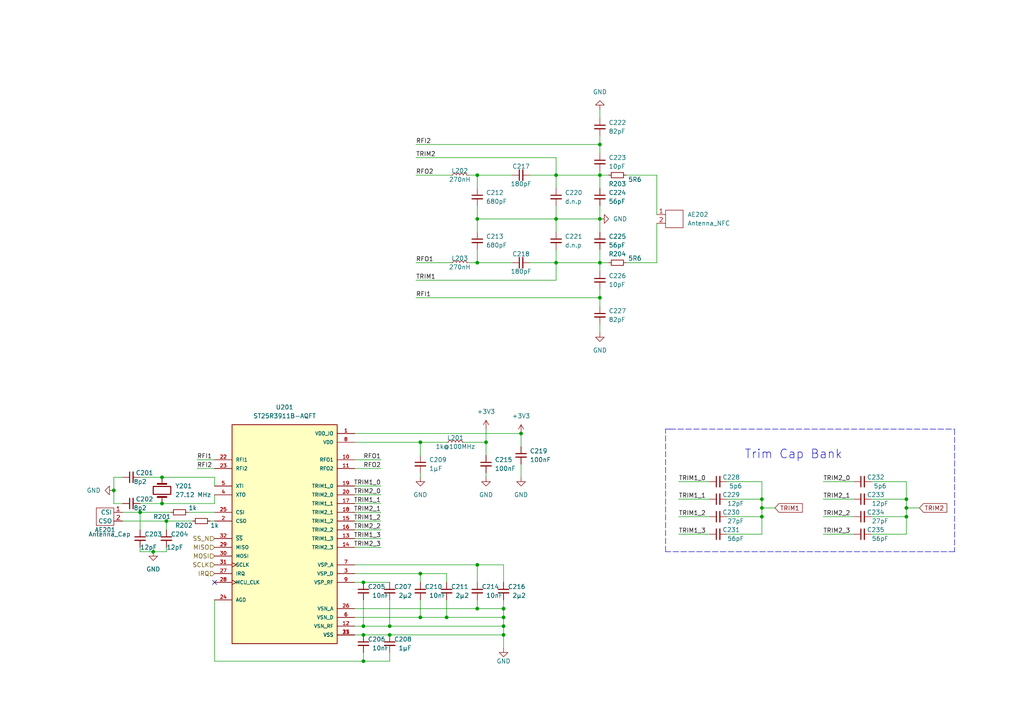
<source format=kicad_sch>
(kicad_sch (version 20211123) (generator eeschema)
  (paper "A4")
  (title_block (title "FabReader2") (date "2022-06-20") (rev "0.2") (company "RLKM UG (haftungsbeschränkt)") (comment 1 "Autoren: Joseph Langosch, Kai Kriegel"))
  (lib_symbols
    (symbol "Antenna_NFC:Antenna_Cap" (in_bom no)
      (property "Reference" "AE" (at 0 0 0))
      (property "Value" "Antenna_Cap" (at 0 2.54 0))
      (symbol "Antenna_Cap_0_1"
        (rectangle (start -1.27 -1.27) (end 3.81 -6.35))
      )
      (symbol "Antenna_Cap_1_1"
        (pin input line (at -3.81 -5.08 0) (length 2.54) (name "CSI") (number "1"))
        (pin input line (at -3.81 -2.54 0) (length 2.54) (name "CSO") (number "2"))
      )
    )
    (symbol "Antenna_NFC:Antenna_NFC" (in_bom no)
      (property "Reference" "AE" (at 0 0 0))
      (property "Value" "Antenna_NFC" (at 0 2.54 0))
      (symbol "Antenna_NFC_0_1"
        (rectangle (start 2.54 -7.62) (end -2.54 -2.54))
      )
      (symbol "Antenna_NFC_1_1"
        (pin input line (at -5.08 -3.81 0) (length 2.54) (name "") (number "1"))
        (pin input line (at -5.08 -6.35 0) (length 2.54) (name "") (number "2"))
      )
    )
    (symbol "Device:C_Small" (pin_numbers hide) (pin_names (offset 0.254) hide)
      (property "Reference" "C" (at 0.254 1.778 0))
      (property "Value" "C_Small" (at 0.254 -2.032 0))
      (symbol "C_Small_0_1"
        (polyline (pts (xy -1.524 -0.508) (xy 1.524 -0.508)) (stroke (width 0.3302)))
        (polyline (pts (xy -1.524 0.508) (xy 1.524 0.508)) (stroke (width 0.3048)))
      )
      (symbol "C_Small_1_1"
        (pin passive line (at 0 2.54 270) (length 2.032) (name "~") (number "1"))
        (pin passive line (at 0 -2.54 90) (length 2.032) (name "~") (number "2"))
      )
    )
    (symbol "Device:Crystal" (pin_numbers hide) (pin_names (offset 1.016) hide)
      (property "Reference" "Y" (at 0 3.81 0))
      (property "Value" "Crystal" (at 0 -3.81 0))
      (symbol "Crystal_0_1"
        (rectangle (start -1.143 2.54) (end 1.143 -2.54) (stroke (width 0.3048)))
        (polyline (pts (xy -2.54 0) (xy -1.905 0)))
        (polyline (pts (xy -1.905 -1.27) (xy -1.905 1.27)) (stroke (width 0.508)))
        (polyline (pts (xy 1.905 -1.27) (xy 1.905 1.27)) (stroke (width 0.508)))
        (polyline (pts (xy 2.54 0) (xy 1.905 0)))
      )
      (symbol "Crystal_1_1"
        (pin passive line (at -3.81 0 0) (length 1.27) (name "1") (number "1"))
        (pin passive line (at 3.81 0 180) (length 1.27) (name "2") (number "2"))
      )
    )
    (symbol "Device:L_Small" (pin_numbers hide) (pin_names (offset 0.254) hide)
      (property "Reference" "L" (at 0.762 1.016 0))
      (property "Value" "L_Small" (at 0.762 -1.016 0))
      (symbol "L_Small_0_1"
        (arc (start 0 -2.032) (mid 0.508 -1.524) (end 0 -1.016))
        (arc (start 0 -1.016) (mid 0.508 -0.508) (end 0 0))
        (arc (start 0 0) (mid 0.508 0.508) (end 0 1.016))
        (arc (start 0 1.016) (mid 0.508 1.524) (end 0 2.032))
      )
      (symbol "L_Small_1_1"
        (pin passive line (at 0 2.54 270) (length 0.508) (name "~") (number "1"))
        (pin passive line (at 0 -2.54 90) (length 0.508) (name "~") (number "2"))
      )
    )
    (symbol "Device:R_Small" (pin_numbers hide) (pin_names (offset 0.254) hide)
      (property "Reference" "R" (at 0.762 0.508 0))
      (property "Value" "R_Small" (at 0.762 -1.016 0))
      (symbol "R_Small_0_1"
        (rectangle (start -0.762 1.778) (end 0.762 -1.778) (stroke (width 0.2032)))
      )
      (symbol "R_Small_1_1"
        (pin passive line (at 0 2.54 270) (length 0.762) (name "~") (number "1"))
        (pin passive line (at 0 -2.54 90) (length 0.762) (name "~") (number "2"))
      )
    )
    (symbol "ST25R3911B-AQFT:ST25R3911B-AQFT" (pin_names (offset 1.016))
      (property "Reference" "U" (at -15.24 31.242 0))
      (property "Value" "ST25R3911B-AQFT" (at -15.24 -35.56 0))
      (symbol "ST25R3911B-AQFT_0_0"
        (rectangle (start -15.24 -33.02) (end 15.24 30.48) (stroke (width 0.254)) (fill (type background)))
        (pin power_in line (at 20.32 27.94 180) (length 5.08) (name "VDD_IO") (number "1"))
        (pin output line (at 20.32 20.32 180) (length 5.08) (name "RFO1") (number "10"))
        (pin output line (at 20.32 17.78 180) (length 5.08) (name "RFO2") (number "11"))
        (pin power_in line (at 20.32 -27.94 180) (length 5.08) (name "VSN_RF") (number "12"))
        (pin bidirectional line (at 20.32 -2.54 180) (length 5.08) (name "TRIM1_3") (number "13"))
        (pin bidirectional line (at 20.32 -5.08 180) (length 5.08) (name "TRIM2_3") (number "14"))
        (pin bidirectional line (at 20.32 2.54 180) (length 5.08) (name "TRIM1_2") (number "15"))
        (pin bidirectional line (at 20.32 0 180) (length 5.08) (name "TRIM2_2") (number "16"))
        (pin bidirectional line (at 20.32 7.62 180) (length 5.08) (name "TRIM1_1") (number "17"))
        (pin bidirectional line (at 20.32 5.08 180) (length 5.08) (name "TRIM2_1") (number "18"))
        (pin bidirectional line (at 20.32 12.7 180) (length 5.08) (name "TRIM1_0") (number "19"))
        (pin output line (at -20.32 2.54 0) (length 5.08) (name "CSO") (number "2"))
        (pin bidirectional line (at 20.32 10.16 180) (length 5.08) (name "TRIM2_0") (number "20"))
        (pin power_in line (at 20.32 -30.48 180) (length 5.08) (name "VSS") (number "21"))
        (pin input line (at -20.32 20.32 0) (length 5.08) (name "RFI1") (number "22"))
        (pin input line (at -20.32 17.78 0) (length 5.08) (name "RFI2") (number "23"))
        (pin bidirectional line (at -20.32 -20.32 0) (length 5.08) (name "AGD") (number "24"))
        (pin input line (at -20.32 5.08 0) (length 5.08) (name "CSI") (number "25"))
        (pin power_in line (at 20.32 -22.86 180) (length 5.08) (name "VSN_A") (number "26"))
        (pin output line (at -20.32 -12.7 0) (length 5.08) (name "IRQ") (number "27"))
        (pin output clock (at -20.32 -15.24 0) (length 5.08) (name "MCU_CLK") (number "28"))
        (pin output line (at -20.32 -5.08 0) (length 5.08) (name "MISO") (number "29"))
        (pin output line (at 20.32 -12.7 180) (length 5.08) (name "VSP_D") (number "3"))
        (pin input line (at -20.32 -7.62 0) (length 5.08) (name "MOSI") (number "30"))
        (pin input clock (at -20.32 -10.16 0) (length 5.08) (name "SCLK") (number "31"))
        (pin input line (at -20.32 -2.54 0) (length 5.08) (name "~{SS}") (number "32"))
        (pin power_in line (at 20.32 -30.48 180) (length 5.08) (name "VSS") (number "33"))
        (pin output line (at -20.32 10.16 0) (length 5.08) (name "XTO") (number "4"))
        (pin input line (at -20.32 12.7 0) (length 5.08) (name "XTI") (number "5"))
        (pin power_in line (at 20.32 -25.4 180) (length 5.08) (name "VSN_D") (number "6"))
        (pin output line (at 20.32 -10.16 180) (length 5.08) (name "VSP_A") (number "7"))
        (pin power_in line (at 20.32 25.4 180) (length 5.08) (name "VDD") (number "8"))
        (pin output line (at 20.32 -15.24 180) (length 5.08) (name "VSP_RF") (number "9"))
      )
    )
    (symbol "power:+3V3" (power) (pin_names (offset 0))
      (property "Value" "+3V3" (at 0 3.556 0))
      (symbol "+3V3_0_1"
        (polyline (pts (xy -0.762 1.27) (xy 0 2.54)))
        (polyline (pts (xy 0 0) (xy 0 2.54)))
        (polyline (pts (xy 0 2.54) (xy 0.762 1.27)))
      )
      (symbol "+3V3_1_1"
        (pin power_in line (at 0 0 90) (length 0) hide (name "+3V3") (number "1"))
      )
    )
    (symbol "power:GND" (power) (pin_names (offset 0))
      (property "Value" "GND" (at 0 -3.81 0))
      (symbol "GND_0_1"
        (polyline (pts (xy 0 0) (xy 0 -1.27) (xy 1.27 -1.27) (xy 0 -2.54) (xy -1.27 -1.27) (xy 0 -1.27)))
      )
      (symbol "GND_1_1"
        (pin power_in line (at 0 0 270) (length 0) hide (name "GND") (number "1"))
      )
    )
  )
  (junction (at 173.99 41.91))
  (junction (at 220.98 149.86))
  (junction (at 48.26 151.13))
  (junction (at 220.98 144.78))
  (junction (at 46.99 146.05))
  (junction (at 121.92 166.37))
  (junction (at 173.99 76.2))
  (junction (at 173.99 63.5))
  (junction (at 161.29 50.8))
  (junction (at 146.05 181.61))
  (junction (at 121.92 128.27))
  (junction (at 146.05 176.53))
  (junction (at 33.02 142.24))
  (junction (at 262.89 149.86))
  (junction (at 220.98 147.32))
  (junction (at 138.43 50.8))
  (junction (at 146.05 179.07))
  (junction (at 105.41 191.77))
  (junction (at 138.43 163.83))
  (junction (at 113.03 184.15))
  (junction (at 151.13 125.73))
  (junction (at 161.29 63.5))
  (junction (at 173.99 50.8))
  (junction (at 138.43 63.5))
  (junction (at 138.43 76.2))
  (junction (at 105.41 181.61))
  (junction (at 105.41 168.91))
  (junction (at 140.97 128.27))
  (junction (at 105.41 184.15))
  (junction (at 138.43 176.53))
  (junction (at 121.92 179.07))
  (junction (at 129.54 179.07))
  (junction (at 161.29 76.2))
  (junction (at 146.05 184.15))
  (junction (at 173.99 86.36))
  (junction (at 113.03 181.61))
  (junction (at 44.45 160.02))
  (junction (at 46.99 138.43))
  (junction (at 40.64 148.59))
  (junction (at 262.89 144.78))
  (junction (at 262.89 147.32))
  (no_connect (at 62.23 168.91))
  (wire (pts (xy 196.85 149.86) (xy 205.74 149.86)))
  (wire (pts (xy 54.61 148.59) (xy 62.23 148.59)))
  (wire (pts (xy 113.03 181.61) (xy 146.05 181.61)))
  (wire (pts (xy 262.89 144.78) (xy 262.89 139.7)))
  (wire (pts (xy 105.41 173.99) (xy 105.41 181.61)))
  (wire (pts (xy 210.82 149.86) (xy 220.98 149.86)))
  (wire (pts (xy 33.02 146.05) (xy 35.56 146.05)))
  (wire (pts (xy 110.49 146.05) (xy 102.87 146.05)))
  (wire (pts (xy 120.65 50.8) (xy 130.81 50.8)))
  (wire (pts (xy 161.29 76.2) (xy 173.99 76.2)))
  (wire (pts (xy 146.05 168.91) (xy 146.05 163.83)))
  (wire (pts (xy 238.76 149.86) (xy 247.65 149.86)))
  (wire (pts (xy 40.64 138.43) (xy 46.99 138.43)))
  (wire (pts (xy 110.49 156.21) (xy 102.87 156.21)))
  (wire (pts (xy 121.92 132.08) (xy 121.92 128.27)))
  (wire (pts (xy 129.54 179.07) (xy 146.05 179.07)))
  (wire (pts (xy 129.54 173.99) (xy 129.54 179.07)))
  (wire (pts (xy 173.99 39.37) (xy 173.99 41.91)))
  (wire (pts (xy 120.65 45.72) (xy 161.29 45.72)))
  (wire (pts (xy 138.43 76.2) (xy 148.59 76.2)))
  (wire (pts (xy 140.97 128.27) (xy 134.62 128.27)))
  (wire (pts (xy 220.98 147.32) (xy 224.79 147.32)))
  (wire (pts (xy 138.43 176.53) (xy 146.05 176.53)))
  (wire (pts (xy 35.56 148.59) (xy 40.64 148.59)))
  (wire (pts (xy 40.64 158.75) (xy 40.64 160.02)))
  (wire (pts (xy 102.87 168.91) (xy 105.41 168.91)))
  (wire (pts (xy 220.98 154.94) (xy 220.98 149.86)))
  (wire (pts (xy 146.05 173.99) (xy 146.05 176.53)))
  (wire (pts (xy 110.49 151.13) (xy 102.87 151.13)))
  (wire (pts (xy 151.13 134.62) (xy 151.13 138.43)))
  (wire (pts (xy 238.76 144.78) (xy 247.65 144.78)))
  (wire (pts (xy 138.43 63.5) (xy 161.29 63.5)))
  (wire (pts (xy 57.15 133.35) (xy 62.23 133.35)))
  (wire (pts (xy 252.73 154.94) (xy 262.89 154.94)))
  (wire (pts (xy 135.89 76.2) (xy 138.43 76.2)))
  (wire (pts (xy 33.02 138.43) (xy 35.56 138.43)))
  (wire (pts (xy 190.5 50.8) (xy 181.61 50.8)))
  (wire (pts (xy 153.67 50.8) (xy 161.29 50.8)))
  (wire (pts (xy 146.05 181.61) (xy 146.05 184.15)))
  (wire (pts (xy 140.97 132.08) (xy 140.97 128.27)))
  (wire (pts (xy 196.85 139.7) (xy 205.74 139.7)))
  (wire (pts (xy 151.13 129.54) (xy 151.13 125.73)))
  (wire (pts (xy 113.03 184.15) (xy 146.05 184.15)))
  (wire (pts (xy 138.43 50.8) (xy 138.43 54.61)))
  (wire (pts (xy 129.54 166.37) (xy 121.92 166.37)))
  (wire (pts (xy 161.29 50.8) (xy 161.29 54.61)))
  (wire (pts (xy 173.99 72.39) (xy 173.99 76.2)))
  (wire (pts (xy 190.5 64.77) (xy 190.5 76.2)))
  (wire (pts (xy 173.99 59.69) (xy 173.99 63.5)))
  (wire (pts (xy 121.92 179.07) (xy 129.54 179.07)))
  (wire (pts (xy 161.29 63.5) (xy 161.29 67.31)))
  (wire (pts (xy 113.03 191.77) (xy 105.41 191.77)))
  (wire (pts (xy 46.99 146.05) (xy 62.23 146.05)))
  (wire (pts (xy 262.89 154.94) (xy 262.89 149.86)))
  (wire (pts (xy 140.97 124.46) (xy 140.97 128.27)))
  (wire (pts (xy 48.26 151.13) (xy 55.88 151.13)))
  (wire (pts (xy 173.99 63.5) (xy 173.99 67.31)))
  (wire (pts (xy 102.87 179.07) (xy 121.92 179.07)))
  (wire (pts (xy 110.49 158.75) (xy 102.87 158.75)))
  (wire (pts (xy 129.54 168.91) (xy 129.54 166.37)))
  (wire (pts (xy 40.64 160.02) (xy 44.45 160.02)))
  (wire (pts (xy 173.99 50.8) (xy 173.99 49.53)))
  (wire (pts (xy 238.76 154.94) (xy 247.65 154.94)))
  (wire (pts (xy 140.97 137.16) (xy 140.97 138.43)))
  (wire (pts (xy 262.89 149.86) (xy 262.89 147.32)))
  (wire (pts (xy 102.87 176.53) (xy 138.43 176.53)))
  (wire (pts (xy 252.73 149.86) (xy 262.89 149.86)))
  (polyline (pts (xy 194.31 124.46) (xy 276.86 124.46)))
  (wire (pts (xy 173.99 50.8) (xy 173.99 54.61)))
  (polyline (pts (xy 276.86 160.02) (xy 193.04 160.02)))
  (polyline (pts (xy 276.86 124.46) (xy 276.86 160.02)))
  (wire (pts (xy 113.03 189.23) (xy 113.03 191.77)))
  (wire (pts (xy 262.89 139.7) (xy 252.73 139.7)))
  (wire (pts (xy 60.96 151.13) (xy 62.23 151.13)))
  (wire (pts (xy 176.53 76.2) (xy 173.99 76.2)))
  (wire (pts (xy 196.85 154.94) (xy 205.74 154.94)))
  (wire (pts (xy 173.99 86.36) (xy 173.99 88.9)))
  (wire (pts (xy 120.65 81.28) (xy 161.29 81.28)))
  (wire (pts (xy 102.87 184.15) (xy 105.41 184.15)))
  (wire (pts (xy 161.29 59.69) (xy 161.29 63.5)))
  (wire (pts (xy 105.41 181.61) (xy 113.03 181.61)))
  (wire (pts (xy 110.49 140.97) (xy 102.87 140.97)))
  (wire (pts (xy 161.29 76.2) (xy 161.29 81.28)))
  (wire (pts (xy 173.99 93.98) (xy 173.99 96.52)))
  (wire (pts (xy 238.76 139.7) (xy 247.65 139.7)))
  (wire (pts (xy 120.65 76.2) (xy 130.81 76.2)))
  (wire (pts (xy 62.23 191.77) (xy 62.23 173.99)))
  (wire (pts (xy 113.03 173.99) (xy 113.03 181.61)))
  (wire (pts (xy 40.64 148.59) (xy 40.64 153.67)))
  (wire (pts (xy 110.49 153.67) (xy 102.87 153.67)))
  (wire (pts (xy 220.98 149.86) (xy 220.98 147.32)))
  (wire (pts (xy 121.92 173.99) (xy 121.92 179.07)))
  (polyline (pts (xy 193.04 160.02) (xy 193.04 124.46)))
  (wire (pts (xy 62.23 146.05) (xy 62.23 143.51)))
  (wire (pts (xy 57.15 135.89) (xy 62.23 135.89)))
  (wire (pts (xy 102.87 133.35) (xy 110.49 133.35)))
  (wire (pts (xy 138.43 50.8) (xy 148.59 50.8)))
  (wire (pts (xy 262.89 147.32) (xy 262.89 144.78)))
  (wire (pts (xy 105.41 191.77) (xy 62.23 191.77)))
  (wire (pts (xy 33.02 142.24) (xy 33.02 146.05)))
  (wire (pts (xy 35.56 151.13) (xy 48.26 151.13)))
  (wire (pts (xy 102.87 181.61) (xy 105.41 181.61)))
  (wire (pts (xy 44.45 160.02) (xy 48.26 160.02)))
  (wire (pts (xy 210.82 144.78) (xy 220.98 144.78)))
  (wire (pts (xy 252.73 144.78) (xy 262.89 144.78)))
  (wire (pts (xy 173.99 41.91) (xy 173.99 44.45)))
  (wire (pts (xy 40.64 148.59) (xy 49.53 148.59)))
  (wire (pts (xy 153.67 76.2) (xy 161.29 76.2)))
  (wire (pts (xy 138.43 163.83) (xy 138.43 168.91)))
  (wire (pts (xy 161.29 72.39) (xy 161.29 76.2)))
  (wire (pts (xy 181.61 76.2) (xy 190.5 76.2)))
  (wire (pts (xy 135.89 50.8) (xy 138.43 50.8)))
  (wire (pts (xy 46.99 138.43) (xy 62.23 138.43)))
  (wire (pts (xy 105.41 189.23) (xy 105.41 191.77)))
  (wire (pts (xy 110.49 148.59) (xy 102.87 148.59)))
  (wire (pts (xy 105.41 184.15) (xy 113.03 184.15)))
  (wire (pts (xy 62.23 140.97) (xy 62.23 138.43)))
  (wire (pts (xy 33.02 138.43) (xy 33.02 142.24)))
  (wire (pts (xy 210.82 154.94) (xy 220.98 154.94)))
  (wire (pts (xy 196.85 144.78) (xy 205.74 144.78)))
  (wire (pts (xy 161.29 50.8) (xy 161.29 45.72)))
  (wire (pts (xy 146.05 163.83) (xy 138.43 163.83)))
  (wire (pts (xy 138.43 173.99) (xy 138.43 176.53)))
  (wire (pts (xy 120.65 41.91) (xy 173.99 41.91)))
  (wire (pts (xy 121.92 137.16) (xy 121.92 138.43)))
  (wire (pts (xy 161.29 50.8) (xy 173.99 50.8)))
  (wire (pts (xy 102.87 128.27) (xy 121.92 128.27)))
  (wire (pts (xy 102.87 166.37) (xy 121.92 166.37)))
  (wire (pts (xy 146.05 176.53) (xy 146.05 179.07)))
  (wire (pts (xy 173.99 31.75) (xy 173.99 34.29)))
  (wire (pts (xy 102.87 163.83) (xy 138.43 163.83)))
  (wire (pts (xy 220.98 139.7) (xy 210.82 139.7)))
  (wire (pts (xy 173.99 76.2) (xy 173.99 78.74)))
  (wire (pts (xy 110.49 143.51) (xy 102.87 143.51)))
  (wire (pts (xy 220.98 147.32) (xy 220.98 144.78)))
  (wire (pts (xy 102.87 135.89) (xy 110.49 135.89)))
  (wire (pts (xy 138.43 63.5) (xy 138.43 67.31)))
  (wire (pts (xy 121.92 128.27) (xy 129.54 128.27)))
  (wire (pts (xy 190.5 50.8) (xy 190.5 62.23)))
  (wire (pts (xy 138.43 72.39) (xy 138.43 76.2)))
  (wire (pts (xy 146.05 184.15) (xy 146.05 187.96)))
  (wire (pts (xy 176.53 50.8) (xy 173.99 50.8)))
  (wire (pts (xy 105.41 168.91) (xy 113.03 168.91)))
  (wire (pts (xy 120.65 86.36) (xy 173.99 86.36)))
  (wire (pts (xy 220.98 144.78) (xy 220.98 139.7)))
  (wire (pts (xy 121.92 168.91) (xy 121.92 166.37)))
  (wire (pts (xy 173.99 83.82) (xy 173.99 86.36)))
  (wire (pts (xy 48.26 160.02) (xy 48.26 158.75)))
  (wire (pts (xy 146.05 179.07) (xy 146.05 181.61)))
  (wire (pts (xy 40.64 146.05) (xy 46.99 146.05)))
  (polyline (pts (xy 193.04 124.46) (xy 194.31 124.46)))
  (wire (pts (xy 262.89 147.32) (xy 266.7 147.32)))
  (wire (pts (xy 138.43 59.69) (xy 138.43 63.5)))
  (wire (pts (xy 48.26 153.67) (xy 48.26 151.13)))
  (wire (pts (xy 102.87 125.73) (xy 151.13 125.73)))
  (wire (pts (xy 161.29 63.5) (xy 173.99 63.5)))
  (text "Trim Cap Bank\n" (at 215.9 133.35 0) (effects (font (size 2.54 2.54)) (justify left bottom)))
  (label "TRIM1_2" (at 110.49 151.13 180))
  (label "RFO1" (at 110.49 133.35 180))
  (label "TRIM1_3" (at 196.85 154.94 0))
  (label "TRIM2_0" (at 238.76 139.7 0))
  (label "TRIM2" (at 120.65 45.72 0))
  (label "RFI1" (at 120.65 86.36 0))
  (label "TRIM2_1" (at 110.49 148.59 180))
  (label "TRIM2_3" (at 110.49 158.75 180))
  (label "TRIM1_0" (at 110.49 140.97 180))
  (label "TRIM2_3" (at 238.76 154.94 0))
  (label "TRIM1_1" (at 110.49 146.05 180))
  (label "TRIM1_0" (at 196.85 139.7 0))
  (label "RFI2" (at 120.65 41.91 0))
  (label "RFI2" (at 57.15 135.89 0))
  (label "TRIM2_0" (at 110.49 143.51 180))
  (label "TRIM1_3" (at 110.49 156.21 180))
  (label "TRIM1_1" (at 196.85 144.78 0))
  (label "RFO2" (at 120.65 50.8 0))
  (label "TRIM2_1" (at 238.76 144.78 0))
  (label "TRIM1_2" (at 196.85 149.86 0))
  (label "TRIM2_2" (at 110.49 153.67 180))
  (label "RFO2" (at 110.49 135.89 180))
  (label "RFI1" (at 57.15 133.35 0))
  (label "TRIM1" (at 120.65 81.28 0))
  (label "RFO1" (at 120.65 76.2 0))
  (label "TRIM2_2" (at 238.76 149.86 0))
  (global_label "TRIM2" (shape input) (at 266.7 147.32 0) (property "Intersheet References" "${INTERSHEET_REFS}" (effects hide)))
  (global_label "TRIM1" (shape input) (at 224.79 147.32 0) (property "Intersheet References" "${INTERSHEET_REFS}" (effects hide)))
  (hierarchical_label "SCLK" (shape input) (at 62.23 163.83 180))
  (hierarchical_label "IRQ" (shape input) (at 62.23 166.37 180))
  (hierarchical_label "MOSI" (shape input) (at 62.23 161.29 180))
  (hierarchical_label "SS_N" (shape input) (at 62.23 156.21 180))
  (hierarchical_label "MISO" (shape input) (at 62.23 158.75 180))
  (symbol (lib_id "Device:C_Small") (at 173.99 46.99 0) (unit 1)
    (property "Reference" "C223" (at 176.53 45.7262 0) (effects (justify left)))
    (property "Value" "10pF" (at 176.53 48.2662 0) (effects (justify left)))
    (property "Footprint" "Capacitor_SMD:C_0603_1608Metric" (effects hide))
    (property "Datasheet" "https://datasheet.lcsc.com/lcsc/1811082051_YAGEO-CC0603GRNPO9BN100_C325468.pdf" (effects hide))
    (property "MANUFACTURER" "YAGEO" (effects hide))
    (property "MPN" "CC0603GRNPO9BN100" (effects hide))
    (property "Type" "C0G (NP0)" (effects hide))
  )
  (symbol (lib_id "Device:C_Small") (at 38.1 138.43 90) (unit 1)
    (property "Reference" "C201" (at 41.91 137.16 90))
    (property "Value" "8p2" (at 40.64 139.7 90))
    (property "Footprint" "Capacitor_SMD:C_0402_1005Metric" (effects hide))
    (property "Datasheet" "https://datasheet.lcsc.com/lcsc/1811081615_Murata-Electronics-GRM1555C1H8R2CA01D_C76984.pdf" (effects hide))
    (property "MANUFACTURER" "Murata Electronics" (effects hide))
    (property "MPN" "GRM1555C1H8R2CA01D" (effects hide))
    (property "Type" "C0G (NP0)" (effects hide))
  )
  (symbol (lib_id "power:GND") (at 173.99 63.5 90) (unit 1)
    (property "Reference" "#PWR0210" (effects hide))
    (property "Value" "GND" (at 177.8 63.4999 90) (effects (justify right)))
  )
  (symbol (lib_id "Device:C_Small") (at 138.43 171.45 0) (unit 1)
    (property "Reference" "C214" (at 139.7 170.18 0) (effects (justify left)))
    (property "Value" "10nF" (at 140.97 172.7262 0) (effects (justify left)))
    (property "Footprint" "Capacitor_SMD:C_0402_1005Metric" (effects hide))
    (property "Datasheet" "https://datasheet.lcsc.com/lcsc/1810191223_Samsung-Electro-Mechanics-CL05B103KB5NNNC_C15195.pdf" (effects hide))
    (property "Type" "X7R" (effects hide))
    (property "MANUFACTURER" "Samsung Electro-Mechanics" (effects hide))
    (property "MPN" "CL05B103KB5NNNC" (effects hide))
  )
  (symbol (lib_id "Device:C_Small") (at 121.92 171.45 0) (unit 1)
    (property "Reference" "C210" (at 123.19 170.18 0) (effects (justify left)))
    (property "Value" "10nF" (at 124.46 172.7262 0) (effects (justify left)))
    (property "Footprint" "Capacitor_SMD:C_0402_1005Metric" (effects hide))
    (property "Datasheet" "https://datasheet.lcsc.com/lcsc/1810191223_Samsung-Electro-Mechanics-CL05B103KB5NNNC_C15195.pdf" (effects hide))
    (property "Type" "X7R" (effects hide))
    (property "MANUFACTURER" "Samsung Electro-Mechanics" (effects hide))
    (property "MPN" "CL05B103KB5NNNC" (effects hide))
  )
  (symbol (lib_id "power:GND") (at 44.45 160.02 0) (unit 1)
    (property "Reference" "#PWR0202" (effects hide))
    (property "Value" "GND" (at 44.45 165.1 0))
  )
  (symbol (lib_id "Device:C_Small") (at 151.13 50.8 90) (unit 1)
    (property "Reference" "C217" (at 151.13 48.26 90))
    (property "Value" "180pF" (at 151.13 53.34 90))
    (property "Footprint" "Capacitor_SMD:C_0603_1608Metric" (effects hide))
    (property "Datasheet" "https://datasheet.lcsc.com/lcsc/2110272130_Walsin-Tech-Corp-0603N181G500CT_C2909436.pdf" (effects hide))
    (property "MANUFACTURER" "Walsin Tech Corp" (effects hide))
    (property "MPN" "0603N181G500CT" (effects hide))
    (property "Type" "C0G (NP0)" (effects hide))
  )
  (symbol (lib_id "Device:C_Small") (at 146.05 171.45 0) (unit 1)
    (property "Reference" "C216" (at 147.32 170.18 0) (effects (justify left)))
    (property "Value" "2µ2" (at 148.59 172.7262 0) (effects (justify left)))
    (property "Footprint" "Capacitor_SMD:C_0402_1005Metric" (effects hide))
    (property "Datasheet" "https://datasheet.lcsc.com/lcsc/1811021410_Samsung-Electro-Mechanics-CL05A225MQ5NSNC_C12530.pdf" (effects hide))
    (property "Type" "X5R" (effects hide))
    (property "MANUFACTURER" "Samsung Electro-Mechanics" (effects hide))
    (property "MPN" "CL05A225MQ5NSNC" (effects hide))
  )
  (symbol (lib_id "Device:C_Small") (at 138.43 57.15 0) (unit 1)
    (property "Reference" "C212" (at 140.97 55.8862 0) (effects (justify left)))
    (property "Value" "680pF" (at 140.97 58.4262 0) (effects (justify left)))
    (property "Footprint" "Capacitor_SMD:C_0603_1608Metric" (effects hide))
    (property "Datasheet" "https://datasheet.lcsc.com/lcsc/1811151147_Walsin-Tech-Corp-0603N681G500CT_C303827.pdf" (effects hide))
    (property "MANUFACTURER" "Walsin Tech Corp" (effects hide))
    (property "MPN" "0603N681G500CT" (effects hide))
    (property "Type" "C0G (NP0)" (effects hide))
  )
  (symbol (lib_id "Device:C_Small") (at 121.92 134.62 0) (unit 1)
    (property "Reference" "C209" (at 124.46 133.3562 0) (effects (justify left)))
    (property "Value" "1µF" (at 124.46 135.8962 0) (effects (justify left)))
    (property "Footprint" "Capacitor_SMD:C_0402_1005Metric" (effects hide))
    (property "Datasheet" "https://datasheet.lcsc.com/lcsc/1811081616_Murata-Electronics-GRM155R61E105KA12D_C77009.pdf" (effects hide))
    (property "Type" "X5R" (effects hide))
    (property "MANUFACTURER" "Murata Electronics" (effects hide))
    (property "MPN" "GRM155R61E105KA12D" (effects hide))
  )
  (symbol (lib_id "Device:C_Small") (at 151.13 76.2 90) (unit 1)
    (property "Reference" "C218" (at 151.13 73.66 90))
    (property "Value" "180pF" (at 151.13 78.74 90))
    (property "Footprint" "Capacitor_SMD:C_0603_1608Metric" (effects hide))
    (property "Datasheet" "https://datasheet.lcsc.com/lcsc/2110272130_Walsin-Tech-Corp-0603N181G500CT_C2909436.pdf" (effects hide))
    (property "MANUFACTURER" "Walsin Tech Corp" (effects hide))
    (property "MPN" "0603N181G500CT" (effects hide))
    (property "Type" "C0G (NP0)" (effects hide))
  )
  (symbol (lib_id "power:GND") (at 151.13 138.43 0) (unit 1)
    (property "Reference" "#PWR0208" (effects hide))
    (property "Value" "GND" (at 151.13 143.51 0))
  )
  (symbol (lib_id "Device:C_Small") (at 113.03 186.69 0) (unit 1)
    (property "Reference" "C208" (at 114.3 185.42 0) (effects (justify left)))
    (property "Value" "1µF" (at 115.57 187.9662 0) (effects (justify left)))
    (property "Footprint" "Capacitor_SMD:C_0402_1005Metric" (effects hide))
    (property "Datasheet" "https://datasheet.lcsc.com/lcsc/1811081616_Murata-Electronics-GRM155R61E105KA12D_C77009.pdf" (effects hide))
    (property "Type" "X5R" (effects hide))
    (property "MANUFACTURER" "Murata Electronics" (effects hide))
    (property "MPN" "GRM155R61E105KA12D" (effects hide))
  )
  (symbol (lib_id "Device:C_Small") (at 105.41 186.69 0) (unit 1)
    (property "Reference" "C206" (at 106.68 185.42 0) (effects (justify left)))
    (property "Value" "10nF" (at 107.95 187.9662 0) (effects (justify left)))
    (property "Footprint" "Capacitor_SMD:C_0402_1005Metric" (effects hide))
    (property "Datasheet" "https://datasheet.lcsc.com/lcsc/1810191223_Samsung-Electro-Mechanics-CL05B103KB5NNNC_C15195.pdf" (effects hide))
    (property "Type" "X7R" (effects hide))
    (property "MANUFACTURER" "Samsung Electro-Mechanics" (effects hide))
    (property "MPN" "CL05B103KB5NNNC" (effects hide))
  )
  (symbol (lib_id "Device:R_Small") (at 179.07 50.8 90) (unit 1)
    (property "Reference" "R203" (at 179.07 53.34 90))
    (property "Value" "5R6" (at 184.15 52.07 90))
    (property "Footprint" "Resistor_SMD:R_0603_1608Metric" (effects hide))
    (property "Datasheet" "https://datasheet.lcsc.com/lcsc/2206010116_UNI-ROYAL-Uniroyal-Elec-0603WAF560KT5E_C23191.pdf" (effects hide))
    (property "MANUFACTURER" "UNI-ROYAL(Uniroyal Elec)" (effects hide))
    (property "MPN" "0603WAF560KT5E" (effects hide))
  )
  (symbol (lib_id "Device:C_Small") (at 208.28 144.78 90) (unit 1)
    (property "Reference" "C229" (at 212.09 143.51 90))
    (property "Value" "12pF" (at 213.36 146.05 90))
    (property "Footprint" "Capacitor_SMD:C_0402_1005Metric" (effects hide))
    (property "Datasheet" "https://datasheet.lcsc.com/lcsc/1811081530_Murata-Electronics-GJM1555C1H120GB01D_C161305.pdf" (effects hide))
    (property "MANUFACTURER" "Murata Electronics" (effects hide))
    (property "MPN" "GJM1555C1H120GB01D" (effects hide))
    (property "Type" "C0G (NP0)" (effects hide))
  )
  (symbol (lib_id "Device:C_Small") (at 138.43 69.85 0) (unit 1)
    (property "Reference" "C213" (at 140.97 68.5862 0) (effects (justify left)))
    (property "Value" "680pF" (at 140.97 71.1262 0) (effects (justify left)))
    (property "Footprint" "Capacitor_SMD:C_0603_1608Metric" (effects hide))
    (property "Datasheet" "https://datasheet.lcsc.com/lcsc/1811151147_Walsin-Tech-Corp-0603N681G500CT_C303827.pdf" (effects hide))
    (property "MANUFACTURER" "Walsin Tech Corp" (effects hide))
    (property "MPN" "0603N681G500CT" (effects hide))
    (property "Type" "C0G (NP0)" (effects hide))
  )
  (symbol (lib_id "power:GND") (at 33.02 142.24 270) (unit 1)
    (property "Reference" "#PWR0201" (effects hide))
    (property "Value" "GND" (at 29.21 142.2399 90) (effects (justify right)))
  )
  (symbol (lib_id "Device:C_Small") (at 140.97 134.62 0) (unit 1)
    (property "Reference" "C215" (at 143.51 133.3562 0) (effects (justify left)))
    (property "Value" "100nF" (at 143.51 135.8962 0) (effects (justify left)))
    (property "Footprint" "Capacitor_SMD:C_0402_1005Metric" (effects hide))
    (property "Datasheet" "https://datasheet.lcsc.com/lcsc/2006151134_YAGEO-CC0402KRX5R5BB104_C541405.pdf" (effects hide))
    (property "Type" "X5R" (effects hide))
    (property "MANUFACTURER" "YAGEO" (effects hide))
    (property "MPN" "CC0402KRX5R5BB104" (effects hide))
  )
  (symbol (lib_id "power:GND") (at 173.99 96.52 0) (unit 1)
    (property "Reference" "#PWR0211" (effects hide))
    (property "Value" "GND" (at 173.99 101.6 0))
  )
  (symbol (lib_id "Device:C_Small") (at 151.13 132.08 0) (unit 1)
    (property "Reference" "C219" (at 153.67 130.8162 0) (effects (justify left)))
    (property "Value" "100nF" (at 153.67 133.3562 0) (effects (justify left)))
    (property "Footprint" "Capacitor_SMD:C_0402_1005Metric" (effects hide))
    (property "Datasheet" "https://datasheet.lcsc.com/lcsc/2006151134_YAGEO-CC0402KRX5R5BB104_C541405.pdf" (effects hide))
    (property "Type" "X5R" (effects hide))
    (property "MANUFACTURER" "YAGEO" (effects hide))
    (property "MPN" "CC0402KRX5R5BB104" (effects hide))
  )
  (symbol (lib_id "Device:C_Small") (at 208.28 154.94 90) (unit 1)
    (property "Reference" "C231" (at 212.09 153.67 90))
    (property "Value" "56pF" (at 213.36 156.21 90))
    (property "Footprint" "Capacitor_SMD:C_0402_1005Metric" (effects hide))
    (property "Datasheet" "https://datasheet.lcsc.com/lcsc/2005261832_YAGEO-CC0402GRNPO9BN560_C526989.pdf" (effects hide))
    (property "MANUFACTURER" "YAGEO" (effects hide))
    (property "MPN" "CC0402GRNPO9BN560" (effects hide))
    (property "Type" "C0G (NP0)" (effects hide))
  )
  (symbol (lib_id "Device:C_Small") (at 113.03 171.45 0) (unit 1)
    (property "Reference" "C207" (at 114.3 170.18 0) (effects (justify left)))
    (property "Value" "2µ2" (at 115.57 172.7262 0) (effects (justify left)))
    (property "Footprint" "Capacitor_SMD:C_0402_1005Metric" (effects hide))
    (property "Datasheet" "https://datasheet.lcsc.com/lcsc/1811021410_Samsung-Electro-Mechanics-CL05A225MQ5NSNC_C12530.pdf" (effects hide))
    (property "Type" "X5R" (effects hide))
    (property "MANUFACTURER" "Samsung Electro-Mechanics" (effects hide))
    (property "MPN" "CL05A225MQ5NSNC" (effects hide))
  )
  (symbol (lib_id "Device:C_Small") (at 38.1 146.05 90) (unit 1)
    (property "Reference" "C202" (at 41.91 144.78 90))
    (property "Value" "8p2" (at 40.64 147.32 90))
    (property "Footprint" "Capacitor_SMD:C_0402_1005Metric" (effects hide))
    (property "Datasheet" "https://datasheet.lcsc.com/lcsc/1811081615_Murata-Electronics-GRM1555C1H8R2CA01D_C76984.pdf" (effects hide))
    (property "MANUFACTURER" "Murata Electronics" (effects hide))
    (property "MPN" "GRM1555C1H8R2CA01D" (effects hide))
    (property "Type" "C0G (NP0)" (effects hide))
  )
  (symbol (lib_id "Device:L_Small") (at 133.35 76.2 90) (unit 1)
    (property "Reference" "L203" (at 133.35 74.93 90))
    (property "Value" "270nH" (at 133.35 77.47 90))
    (property "Footprint" "Inductor_SMD:L_0603_1608Metric" (effects hide))
    (property "Datasheet" "https://datasheet.lcsc.com/lcsc/2105241313_Murata-Electronics-LQW18ANR27G80D_C668477.pdf" (effects hide))
    (property "MANUFACTURER" "Murata Electronics" (effects hide))
    (property "MPN" "LQW18ANR27G80D" (effects hide))
  )
  (symbol (lib_id "power:+3V3") (at 140.97 124.46 0) (unit 1)
    (property "Reference" "#PWR0204" (effects hide))
    (property "Value" "+3V3" (at 140.97 119.38 0))
  )
  (symbol (lib_id "Device:L_Small") (at 133.35 50.8 90) (unit 1)
    (property "Reference" "L202" (at 133.35 49.53 90))
    (property "Value" "270nH" (at 133.35 52.07 90))
    (property "Footprint" "Inductor_SMD:L_0603_1608Metric" (effects hide))
    (property "Datasheet" "https://datasheet.lcsc.com/lcsc/2105241313_Murata-Electronics-LQW18ANR27G80D_C668477.pdf" (effects hide))
    (property "MANUFACTURER" "Murata Electronics" (effects hide))
    (property "MPN" "LQW18ANR27G80D" (effects hide))
  )
  (symbol (lib_id "Device:C_Small") (at 173.99 91.44 0) (unit 1)
    (property "Reference" "C227" (at 176.53 90.1762 0) (effects (justify left)))
    (property "Value" "82pF" (at 176.53 92.7162 0) (effects (justify left)))
    (property "Footprint" "Capacitor_SMD:C_0603_1608Metric" (effects hide))
    (property "Datasheet" "https://datasheet.lcsc.com/lcsc/2009261808_YAGEO-CC0603GRNPO0BN820_C576792.pdf" (effects hide))
    (property "MANUFACTURER" "YAGEO" (effects hide))
    (property "MPN" "CC0603GRNPO0BN820" (effects hide))
    (property "Type" "C0G (NP0)" (effects hide))
  )
  (symbol (lib_id "Device:C_Small") (at 129.54 171.45 0) (unit 1)
    (property "Reference" "C211" (at 130.81 170.18 0) (effects (justify left)))
    (property "Value" "2µ2" (at 132.08 172.7262 0) (effects (justify left)))
    (property "Footprint" "Capacitor_SMD:C_0402_1005Metric" (effects hide))
    (property "Datasheet" "https://datasheet.lcsc.com/lcsc/1811021410_Samsung-Electro-Mechanics-CL05A225MQ5NSNC_C12530.pdf" (effects hide))
    (property "Type" "X5R" (effects hide))
    (property "MANUFACTURER" "Samsung Electro-Mechanics" (effects hide))
    (property "MPN" "CL05A225MQ5NSNC" (effects hide))
  )
  (symbol (lib_id "Device:C_Small") (at 250.19 144.78 90) (unit 1)
    (property "Reference" "C233" (at 254 143.51 90))
    (property "Value" "12pF" (at 255.27 146.05 90))
    (property "Footprint" "Capacitor_SMD:C_0402_1005Metric" (effects hide))
    (property "Datasheet" "https://datasheet.lcsc.com/lcsc/1811081530_Murata-Electronics-GJM1555C1H120GB01D_C161305.pdf" (effects hide))
    (property "MANUFACTURER" "Murata Electronics" (effects hide))
    (property "MPN" "GJM1555C1H120GB01D" (effects hide))
    (property "Type" "C0G (NP0)" (effects hide))
  )
  (symbol (lib_id "Antenna_NFC:Antenna_NFC") (at 195.58 58.42 0) (unit 1) (in_bom no)
    (property "Reference" "AE202" (at 199.39 62.2299 0) (effects (justify left)))
    (property "Value" "Antenna_NFC" (at 199.39 64.7699 0) (effects (justify left)))
    (property "Footprint" "Antenna:Antenna_NFC" (effects hide))
  )
  (symbol (lib_id "Device:C_Small") (at 250.19 149.86 90) (unit 1)
    (property "Reference" "C234" (at 254 148.59 90))
    (property "Value" "27pF" (at 255.27 151.13 90))
    (property "Footprint" "Capacitor_SMD:C_0402_1005Metric" (effects hide))
    (property "Datasheet" "https://datasheet.lcsc.com/lcsc/2001171834_YAGEO-CC0402GRNPO9BN270_C114400.pdf" (effects hide))
    (property "MANUFACTURER" "YAGEO" (effects hide))
    (property "MPN" "CC0402GRNPO9BN270" (effects hide))
    (property "Type" "C0G (NP0)" (effects hide))
  )
  (symbol (lib_id "Device:L_Small") (at 132.08 128.27 90) (unit 1)
    (property "Reference" "L201" (at 132.08 127 90))
    (property "Value" "1k@100MHz" (at 132.08 129.54 90))
    (property "Footprint" "Inductor_SMD:L_0603_1608Metric" (effects hide))
    (property "Datasheet" "https://datasheet.lcsc.com/lcsc/1810311126_Murata-Electronics-BLM18AG102SN1D_C85824.pdf" (effects hide))
    (property "MANUFACTURER" "Murata Electronics" (effects hide))
    (property "MPN" "BLM18AG102SN1D" (effects hide))
  )
  (symbol (lib_id "power:GND") (at 121.92 138.43 0) (unit 1)
    (property "Reference" "#PWR0203" (effects hide))
    (property "Value" "GND" (at 121.92 143.51 0))
  )
  (symbol (lib_id "Device:C_Small") (at 173.99 57.15 0) (unit 1)
    (property "Reference" "C224" (at 176.53 55.8862 0) (effects (justify left)))
    (property "Value" "56pF" (at 176.53 58.4262 0) (effects (justify left)))
    (property "Footprint" "Capacitor_SMD:C_0603_1608Metric" (effects hide))
    (property "Datasheet" "https://datasheet.lcsc.com/lcsc/2008031233_YAGEO-CC0603GRNPO9BN560_C519456.pdf" (effects hide))
    (property "MANUFACTURER" "YAGEO" (effects hide))
    (property "MPN" "CC0603GRNPO9BN560" (effects hide))
    (property "Type" "C0G (NP0)" (effects hide))
  )
  (symbol (lib_id "power:GND") (at 146.05 187.96 0) (unit 1)
    (property "Reference" "#PWR0206" (effects hide))
    (property "Value" "GND" (at 146.05 191.77 0))
  )
  (symbol (lib_id "Device:C_Small") (at 161.29 57.15 0) (unit 1)
    (property "Reference" "C220" (at 163.83 55.8862 0) (effects (justify left)))
    (property "Value" "d.n.p" (at 163.83 58.4262 0) (effects (justify left)))
    (property "Footprint" "Capacitor_SMD:C_0603_1608Metric" (effects hide))
  )
  (symbol (lib_id "Device:C_Small") (at 40.64 156.21 0) (unit 1)
    (property "Reference" "C203" (at 41.91 154.94 0) (effects (justify left)))
    (property "Value" "12pF" (at 40.64 158.75 0) (effects (justify left)))
    (property "Footprint" "Capacitor_SMD:C_0402_1005Metric" (effects hide))
    (property "Datasheet" "https://datasheet.lcsc.com/lcsc/1811081530_Murata-Electronics-GJM1555C1H120GB01D_C161305.pdf" (effects hide))
    (property "MANUFACTURER" "Murata Electronics" (effects hide))
    (property "MPN" "GJM1555C1H120GB01D" (effects hide))
    (property "Type" "C0G (NP0)" (effects hide))
  )
  (symbol (lib_id "Device:C_Small") (at 250.19 154.94 90) (unit 1)
    (property "Reference" "C235" (at 254 153.67 90))
    (property "Value" "56pF" (at 255.27 156.21 90))
    (property "Footprint" "Capacitor_SMD:C_0402_1005Metric" (effects hide))
    (property "Datasheet" "https://datasheet.lcsc.com/lcsc/2005261832_YAGEO-CC0402GRNPO9BN560_C526989.pdf" (effects hide))
    (property "MANUFACTURER" "YAGEO" (effects hide))
    (property "MPN" "CC0402GRNPO9BN560" (effects hide))
    (property "Type" "C0G (NP0)" (effects hide))
  )
  (symbol (lib_id "Antenna_NFC:Antenna_Cap") (at 31.75 153.67 180) (unit 1) (in_bom no)
    (property "Reference" "AE201" (at 30.48 153.67 0))
    (property "Value" "Antenna_Cap" (at 31.75 154.94 0))
    (property "Footprint" "Antenna:Antenna_Cap" (effects hide))
  )
  (symbol (lib_id "power:GND") (at 140.97 138.43 0) (unit 1)
    (property "Reference" "#PWR0205" (effects hide))
    (property "Value" "GND" (at 140.97 143.51 0))
  )
  (symbol (lib_id "Device:C_Small") (at 250.19 139.7 90) (unit 1)
    (property "Reference" "C232" (at 254 138.43 90))
    (property "Value" "5p6" (at 255.27 140.97 90))
    (property "Footprint" "Capacitor_SMD:C_0402_1005Metric" (effects hide))
    (property "Datasheet" "https://datasheet.lcsc.com/lcsc/2007071712_CCTC-TCC0402COG5R6D500AT_C696880.pdf" (effects hide))
    (property "MANUFACTURER" "CCTC" (effects hide))
    (property "MPN" "TCC0402COG5R6D500AT" (effects hide))
    (property "Type" "C0G (NP0)" (effects hide))
  )
  (symbol (lib_id "Device:Crystal") (at 46.99 142.24 90) (unit 1)
    (property "Reference" "Y201" (at 50.8 140.9699 90) (effects (justify right)))
    (property "Value" "27.12 MHz" (at 50.8 143.5099 90) (effects (justify right)))
    (property "Footprint" "footprints:XRCGB27M120F3M00R0" (effects hide))
    (property "Datasheet" "https://datasheet.lcsc.com/lcsc/2105241311_Murata-Electronics-XRCGB27M120F3M00R0_C576558.pdf" (effects hide))
    (property "MANUFACTURER" "Murata Electronics" (effects hide))
    (property "MPN" "XRCGB27M120F3M00R0" (effects hide))
  )
  (symbol (lib_id "Device:C_Small") (at 173.99 69.85 0) (unit 1)
    (property "Reference" "C225" (at 176.53 68.5862 0) (effects (justify left)))
    (property "Value" "56pF" (at 176.53 71.12 0) (effects (justify left)))
    (property "Footprint" "Capacitor_SMD:C_0603_1608Metric" (effects hide))
    (property "Datasheet" "https://datasheet.lcsc.com/lcsc/2008031233_YAGEO-CC0603GRNPO9BN560_C519456.pdf" (effects hide))
    (property "MANUFACTURER" "YAGEO" (effects hide))
    (property "MPN" "CC0603GRNPO9BN560" (effects hide))
    (property "Type" "C0G (NP0)" (effects hide))
  )
  (symbol (lib_id "Device:R_Small") (at 179.07 76.2 90) (unit 1)
    (property "Reference" "R204" (at 179.07 73.66 90))
    (property "Value" "5R6" (at 184.15 74.93 90))
    (property "Footprint" "Resistor_SMD:R_0603_1608Metric" (effects hide))
    (property "Datasheet" "https://datasheet.lcsc.com/lcsc/2206010116_UNI-ROYAL-Uniroyal-Elec-0603WAF560KT5E_C23191.pdf" (effects hide))
    (property "MANUFACTURER" "UNI-ROYAL(Uniroyal Elec)" (effects hide))
    (property "MPN" "0603WAF560KT5E" (effects hide))
  )
  (symbol (lib_id "Device:C_Small") (at 161.29 69.85 0) (unit 1)
    (property "Reference" "C221" (at 163.83 68.5862 0) (effects (justify left)))
    (property "Value" "d.n.p" (at 163.83 71.1262 0) (effects (justify left)))
    (property "Footprint" "Capacitor_SMD:C_0603_1608Metric" (effects hide))
  )
  (symbol (lib_id "Device:C_Small") (at 208.28 139.7 90) (unit 1)
    (property "Reference" "C228" (at 212.09 138.43 90))
    (property "Value" "5p6" (at 213.36 140.97 90))
    (property "Footprint" "Capacitor_SMD:C_0402_1005Metric" (effects hide))
    (property "Datasheet" "https://datasheet.lcsc.com/lcsc/2007071712_CCTC-TCC0402COG5R6D500AT_C696880.pdf" (effects hide))
    (property "MANUFACTURER" "CCTC" (effects hide))
    (property "MPN" "TCC0402COG5R6D500AT" (effects hide))
    (property "Type" "C0G (NP0)" (effects hide))
  )
  (symbol (lib_id "Device:C_Small") (at 208.28 149.86 90) (unit 1)
    (property "Reference" "C230" (at 212.09 148.59 90))
    (property "Value" "27pF" (at 213.36 151.13 90))
    (property "Footprint" "Capacitor_SMD:C_0402_1005Metric" (effects hide))
    (property "Datasheet" "https://datasheet.lcsc.com/lcsc/2001171834_YAGEO-CC0402GRNPO9BN270_C114400.pdf" (effects hide))
    (property "MANUFACTURER" "YAGEO" (effects hide))
    (property "MPN" "CC0402GRNPO9BN270" (effects hide))
    (property "Type" "C0G (NP0)" (effects hide))
  )
  (symbol (lib_id "Device:C_Small") (at 48.26 156.21 0) (unit 1)
    (property "Reference" "C204" (at 49.53 154.94 0) (effects (justify left)))
    (property "Value" "12pF" (at 48.26 158.75 0) (effects (justify left)))
    (property "Footprint" "Capacitor_SMD:C_0402_1005Metric" (effects hide))
    (property "Datasheet" "https://datasheet.lcsc.com/lcsc/1811081530_Murata-Electronics-GJM1555C1H120GB01D_C161305.pdf" (effects hide))
    (property "MANUFACTURER" "Murata Electronics" (effects hide))
    (property "MPN" "GJM1555C1H120GB01D" (effects hide))
    (property "Type" "C0G (NP0)" (effects hide))
  )
  (symbol (lib_id "Device:C_Small") (at 173.99 36.83 0) (unit 1)
    (property "Reference" "C222" (at 176.53 35.5662 0) (effects (justify left)))
    (property "Value" "82pF" (at 176.53 38.1062 0) (effects (justify left)))
    (property "Footprint" "Capacitor_SMD:C_0603_1608Metric" (effects hide))
    (property "Datasheet" "https://datasheet.lcsc.com/lcsc/2009261808_YAGEO-CC0603GRNPO0BN820_C576792.pdf" (effects hide))
    (property "MANUFACTURER" "YAGEO" (effects hide))
    (property "MPN" "CC0603GRNPO0BN820" (effects hide))
    (property "Type" "C0G (NP0)" (effects hide))
  )
  (symbol (lib_id "ST25R3911B-AQFT:ST25R3911B-AQFT") (at 82.55 153.67 0) (unit 1)
    (property "Reference" "U201" (at 82.55 118.11 0))
    (property "Value" "ST25R3911B-AQFT" (at 82.55 120.65 0))
    (property "Footprint" "ST25R3911B-AQFT:QFN50P500X500X100-33N" (effects hide))
    (property "Datasheet" "https://www.mouser.de/datasheet/2/389/dm00321525-1798875.pdf" (effects hide))
    (property "E_MAX" "5.0" (effects hide))
    (property "B_MIN" "0.18" (effects hide))
    (property "E_MIN" "5.0" (effects hide))
    (property "L_MIN" "0.3" (effects hide))
    (property "PARTREV" "6" (effects hide))
    (property "B_MAX" "0.3" (effects hide))
    (property "MANUFACTURER" "ST Microelectronics" (effects hide))
    (property "D_MAX" "5.0" (effects hide))
    (property "PIN_COUNT_D" "8.0" (effects hide))
    (property "L_NOM" "0.4" (effects hide))
    (property "E2_NOM" "3.5" (effects hide))
    (property "STANDARD" "IPC 7351B" (effects hide))
    (property "D2_NOM" "3.5" (effects hide))
    (property "L_MAX" "0.5" (effects hide))
    (property "D_NOM" "5.0" (effects hide))
    (property "ENOM" "0.5" (effects hide))
    (property "PIN_COUNT_E" "8.0" (effects hide))
    (property "D_MIN" "5.0" (effects hide))
    (property "E_NOM" "5.0" (effects hide))
    (property "A_MAX" "1.0" (effects hide))
    (property "B_NOM" "0.24" (effects hide))
    (property "MPN" "ST25R3911B-AQFT" (effects hide))
  )
  (symbol (lib_id "Device:C_Small") (at 105.41 171.45 0) (unit 1)
    (property "Reference" "C205" (at 106.68 170.18 0) (effects (justify left)))
    (property "Value" "10nF" (at 107.95 172.72 0) (effects (justify left)))
    (property "Footprint" "Capacitor_SMD:C_0402_1005Metric" (effects hide))
    (property "Datasheet" "https://datasheet.lcsc.com/lcsc/1810191223_Samsung-Electro-Mechanics-CL05B103KB5NNNC_C15195.pdf" (effects hide))
    (property "Type" "X7R" (effects hide))
    (property "MANUFACTURER" "Samsung Electro-Mechanics" (effects hide))
    (property "MPN" "CL05B103KB5NNNC" (effects hide))
  )
  (symbol (lib_id "power:+3V3") (at 151.13 125.73 0) (unit 1)
    (property "Reference" "#PWR0207" (effects hide))
    (property "Value" "+3V3" (at 151.13 120.65 0))
  )
  (symbol (lib_id "power:GND") (at 173.99 31.75 180) (unit 1)
    (property "Reference" "#PWR0209" (effects hide))
    (property "Value" "GND" (at 173.99 26.67 0))
  )
  (symbol (lib_id "Device:R_Small") (at 58.42 151.13 90) (unit 1)
    (property "Reference" "R202" (at 53.34 152.4 90))
    (property "Value" "1k" (at 62.23 152.4 90))
    (property "Footprint" "Resistor_SMD:R_0402_1005Metric" (effects hide))
    (property "Datasheet" "https://datasheet.lcsc.com/lcsc/1809301717_YAGEO-RC0402JR-071KL_C105637.pdf" (effects hide))
    (property "MANUFACTURER" "YAGEO" (effects hide))
    (property "MPN" "AC0402FR-071KL" (effects hide))
  )
  (symbol (lib_id "Device:C_Small") (at 173.99 81.28 0) (unit 1)
    (property "Reference" "C226" (at 176.53 80.0162 0) (effects (justify left)))
    (property "Value" "10pF" (at 176.53 82.5562 0) (effects (justify left)))
    (property "Footprint" "Capacitor_SMD:C_0603_1608Metric" (effects hide))
    (property "Datasheet" "https://datasheet.lcsc.com/lcsc/1811082051_YAGEO-CC0603GRNPO9BN100_C325468.pdf" (effects hide))
    (property "MANUFACTURER" "YAGEO" (effects hide))
    (property "MPN" "CC0603GRNPO9BN100" (effects hide))
    (property "Type" "C0G (NP0)" (effects hide))
  )
  (symbol (lib_id "Device:R_Small") (at 52.07 148.59 90) (unit 1)
    (property "Reference" "R201" (at 46.99 149.86 90))
    (property "Value" "1k" (at 55.88 147.32 90))
    (property "Footprint" "Resistor_SMD:R_0402_1005Metric" (effects hide))
    (property "Datasheet" "https://datasheet.lcsc.com/lcsc/1809301717_YAGEO-RC0402JR-071KL_C105637.pdf" (effects hide))
    (property "MANUFACTURER" "YAGEO" (effects hide))
    (property "MPN" "AC0402FR-071KL" (effects hide))
  )
)
</source>
